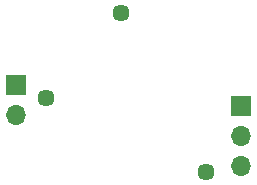
<source format=gbr>
%TF.GenerationSoftware,KiCad,Pcbnew,(5.99.0-2195-g476558ece)*%
%TF.CreationDate,2020-08-10T22:43:53-04:00*%
%TF.ProjectId,LED-daughterboard,4c45442d-6461-4756-9768-746572626f61,rev?*%
%TF.SameCoordinates,Original*%
%TF.FileFunction,Soldermask,Bot*%
%TF.FilePolarity,Negative*%
%FSLAX46Y46*%
G04 Gerber Fmt 4.6, Leading zero omitted, Abs format (unit mm)*
G04 Created by KiCad (PCBNEW (5.99.0-2195-g476558ece)) date 2020-08-10 22:43:53*
%MOMM*%
%LPD*%
G01*
G04 APERTURE LIST*
%ADD10O,1.700000X1.700000*%
%ADD11R,1.700000X1.700000*%
%ADD12C,1.448000*%
G04 APERTURE END LIST*
D10*
%TO.C,J2*%
X-5600000Y8660000D03*
D11*
X-5600000Y11200000D03*
%TD*%
D10*
%TO.C,J1*%
X13400000Y4320000D03*
X13400000Y6860000D03*
D11*
X13400000Y9400000D03*
%TD*%
D12*
%TO.C,H3*%
X10500000Y3800000D03*
%TD*%
%TO.C,H2*%
X-3100000Y10100000D03*
%TD*%
%TO.C,H1*%
X3300000Y17300000D03*
%TD*%
M02*

</source>
